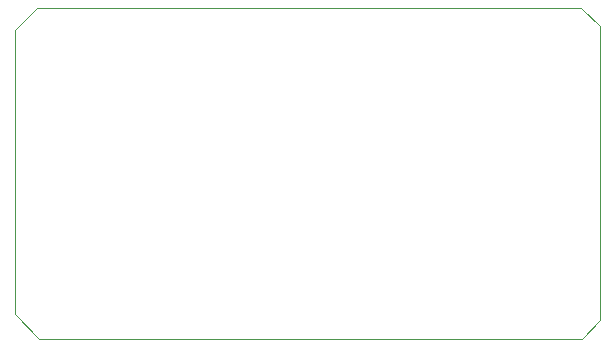
<source format=gbr>
%TF.GenerationSoftware,Altium Limited,Altium Designer,25.7.1 (20)*%
G04 Layer_Color=0*
%FSLAX45Y45*%
%MOMM*%
%TF.SameCoordinates,8071C31C-8A66-4455-A033-DC46DB2AE162*%
%TF.FilePolarity,Positive*%
%TF.FileFunction,Profile,NP*%
%TF.Part,Single*%
G01*
G75*
%TA.AperFunction,Profile*%
%ADD72C,0.02540*%
D72*
X-2290000Y-1400000D02*
X-2497500Y-1192500D01*
Y1210000D01*
X-2307500Y1400000D01*
X2300000D01*
X2455500Y1244500D01*
Y-1247000D01*
X2302500Y-1400000D01*
X2235721D01*
X-2290000Y-1400000D01*
%TF.MD5,7d4e237cfa64644ae0543e1eba01b93f*%
M02*

</source>
